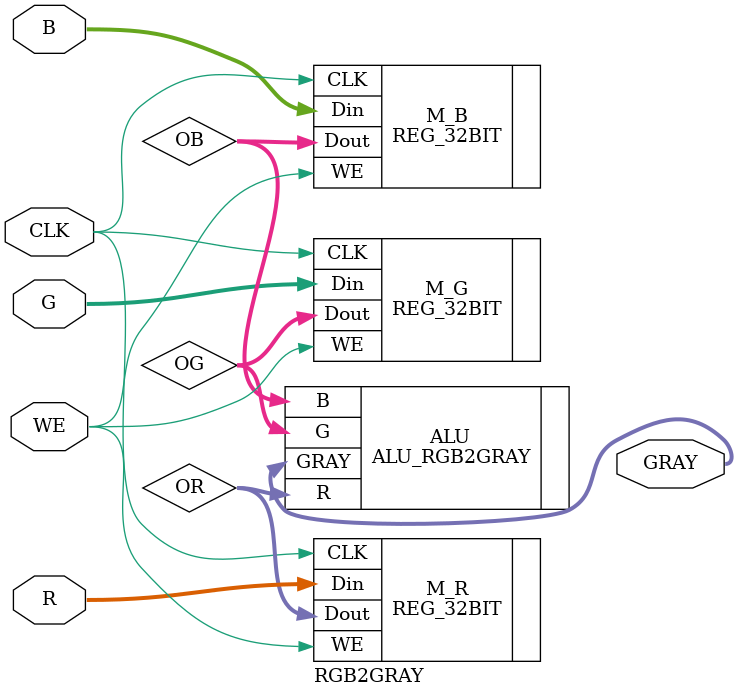
<source format=v>
module RGB2GRAY(R,G,B,GRAY,CLK,WE);

input wire [31:0] R,G,B;
output wire [31:0] GRAY;
input wire CLK,WE;

wire [31:0] OR,OG,OB;

REG_32BIT M_R(.Dout(OR),.Din(R),.CLK(CLK),.WE(WE));
REG_32BIT M_G(.Dout(OG),.Din(G),.CLK(CLK),.WE(WE));
REG_32BIT M_B(.Dout(OB),.Din(B),.CLK(CLK),.WE(WE));

ALU_RGB2GRAY ALU(.GRAY(GRAY),.R(OR),.G(OG),.B(OB));

endmodule


</source>
